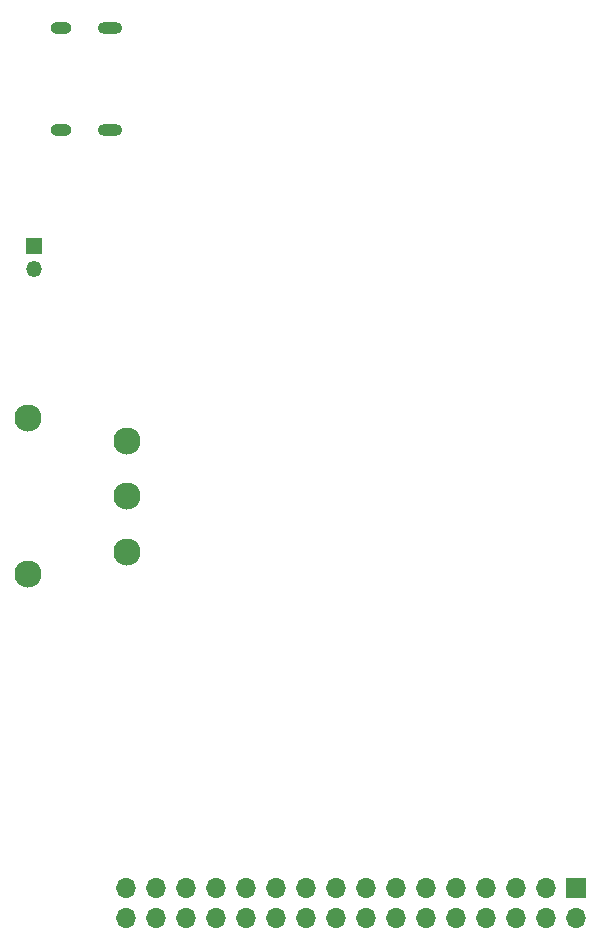
<source format=gbr>
%TF.GenerationSoftware,KiCad,Pcbnew,9.0.0*%
%TF.CreationDate,2025-03-27T21:26:44+02:00*%
%TF.ProjectId,EEE3088F Project,45454533-3038-4384-9620-50726f6a6563,rev?*%
%TF.SameCoordinates,Original*%
%TF.FileFunction,Soldermask,Bot*%
%TF.FilePolarity,Negative*%
%FSLAX46Y46*%
G04 Gerber Fmt 4.6, Leading zero omitted, Abs format (unit mm)*
G04 Created by KiCad (PCBNEW 9.0.0) date 2025-03-27 21:26:44*
%MOMM*%
%LPD*%
G01*
G04 APERTURE LIST*
%ADD10O,2.100000X1.000000*%
%ADD11O,1.800000X1.000000*%
%ADD12R,1.350000X1.350000*%
%ADD13O,1.350000X1.350000*%
%ADD14C,2.300000*%
%ADD15R,1.700000X1.700000*%
%ADD16O,1.700000X1.700000*%
G04 APERTURE END LIST*
D10*
%TO.C,USB1*%
X157582150Y-46380000D03*
X157582150Y-55020000D03*
D11*
X153432250Y-46380000D03*
X153432250Y-55020000D03*
%TD*%
D12*
%TO.C,J2*%
X151200000Y-64800000D03*
D13*
X151200000Y-66800000D03*
%TD*%
D14*
%TO.C,SWPwr1*%
X159063500Y-90700000D03*
X159063500Y-86000000D03*
X159063500Y-81300000D03*
X150663500Y-79400000D03*
X150663500Y-92600000D03*
%TD*%
D15*
%TO.C,J1*%
X197040000Y-119200000D03*
D16*
X197040000Y-121740000D03*
X194500000Y-119200000D03*
X194500000Y-121740000D03*
X191960000Y-119200000D03*
X191960000Y-121740000D03*
X189420000Y-119200000D03*
X189420000Y-121740000D03*
X186880000Y-119200000D03*
X186880000Y-121740000D03*
X184340000Y-119200000D03*
X184340000Y-121740000D03*
X181800000Y-119200000D03*
X181800000Y-121740000D03*
X179260000Y-119200000D03*
X179260000Y-121740000D03*
X176720000Y-119200000D03*
X176720000Y-121740000D03*
X174180000Y-119200000D03*
X174180000Y-121740000D03*
X171640000Y-119200000D03*
X171640000Y-121740000D03*
X169100000Y-119200000D03*
X169100000Y-121740000D03*
X166560000Y-119200000D03*
X166560000Y-121740000D03*
X164020000Y-119200000D03*
X164020000Y-121740000D03*
X161480000Y-119200000D03*
X161480000Y-121740000D03*
X158940000Y-119200000D03*
X158940000Y-121740000D03*
%TD*%
M02*

</source>
